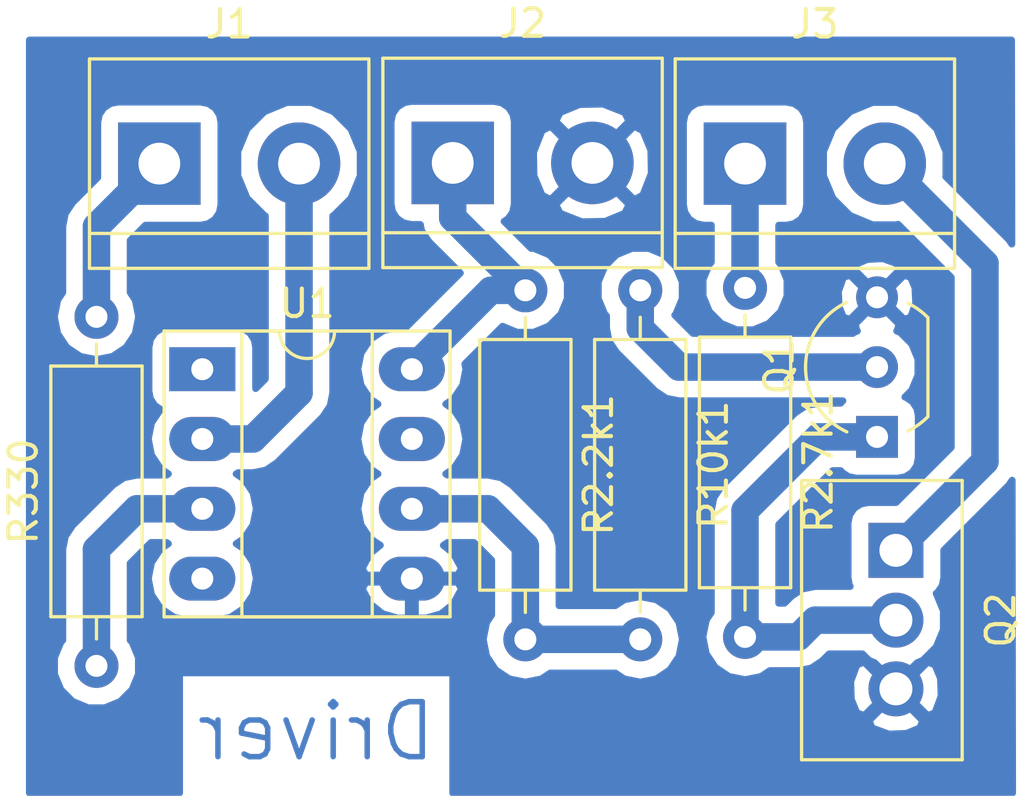
<source format=kicad_pcb>
(kicad_pcb (version 4) (host pcbnew 4.0.6)

  (general
    (links 15)
    (no_connects 0)
    (area 126.2797 93.7099 164.67 123.215401)
    (thickness 1.6)
    (drawings 1)
    (tracks 30)
    (zones 0)
    (modules 10)
    (nets 14)
  )

  (page A4)
  (layers
    (0 F.Cu signal)
    (31 B.Cu signal)
    (32 B.Adhes user)
    (33 F.Adhes user)
    (34 B.Paste user)
    (35 F.Paste user)
    (36 B.SilkS user)
    (37 F.SilkS user)
    (38 B.Mask user)
    (39 F.Mask user)
    (40 Dwgs.User user)
    (41 Cmts.User user)
    (42 Eco1.User user)
    (43 Eco2.User user)
    (44 Edge.Cuts user)
    (45 Margin user)
    (46 B.CrtYd user)
    (47 F.CrtYd user)
    (48 B.Fab user)
    (49 F.Fab user)
  )

  (setup
    (last_trace_width 1)
    (trace_clearance 0.6)
    (zone_clearance 0.508)
    (zone_45_only no)
    (trace_min 0.2)
    (segment_width 0.2)
    (edge_width 0.15)
    (via_size 2)
    (via_drill 1.5)
    (via_min_size 0.4)
    (via_min_drill 0.3)
    (uvia_size 0.5)
    (uvia_drill 0.1)
    (uvias_allowed no)
    (uvia_min_size 0.2)
    (uvia_min_drill 0.1)
    (pcb_text_width 0.3)
    (pcb_text_size 1.5 1.5)
    (mod_edge_width 0.15)
    (mod_text_size 1 1)
    (mod_text_width 0.15)
    (pad_size 3 3)
    (pad_drill 1.8)
    (pad_to_mask_clearance 0.2)
    (aux_axis_origin 0 0)
    (visible_elements 7FFFFFFF)
    (pcbplotparams
      (layerselection 0x00030_80000001)
      (usegerberextensions false)
      (excludeedgelayer true)
      (linewidth 0.100000)
      (plotframeref false)
      (viasonmask false)
      (mode 1)
      (useauxorigin false)
      (hpglpennumber 1)
      (hpglpenspeed 20)
      (hpglpendiameter 15)
      (hpglpenoverlay 2)
      (psnegative false)
      (psa4output false)
      (plotreference true)
      (plotvalue true)
      (plotinvisibletext false)
      (padsonsilk false)
      (subtractmaskfromsilk false)
      (outputformat 1)
      (mirror false)
      (drillshape 1)
      (scaleselection 1)
      (outputdirectory ""))
  )

  (net 0 "")
  (net 1 /GND_PWM)
  (net 2 /PWM)
  (net 3 /5V)
  (net 4 /GND_DRIVER)
  (net 5 /12V)
  (net 6 /IN_Lamp)
  (net 7 "Net-(Q1-Pad2)")
  (net 8 "Net-(Q1-Pad1)")
  (net 9 "Net-(R10k1-Pad2)")
  (net 10 "Net-(R330-Pad1)")
  (net 11 "Net-(U1-Pad1)")
  (net 12 "Net-(U1-Pad7)")
  (net 13 "Net-(U1-Pad4)")

  (net_class Default "This is the default net class."
    (clearance 0.6)
    (trace_width 1)
    (via_dia 2)
    (via_drill 1.5)
    (uvia_dia 0.5)
    (uvia_drill 0.1)
    (add_net /12V)
    (add_net /5V)
    (add_net /GND_DRIVER)
    (add_net /GND_PWM)
    (add_net /IN_Lamp)
    (add_net /PWM)
    (add_net "Net-(Q1-Pad1)")
    (add_net "Net-(Q1-Pad2)")
    (add_net "Net-(R10k1-Pad2)")
    (add_net "Net-(R330-Pad1)")
    (add_net "Net-(U1-Pad1)")
    (add_net "Net-(U1-Pad4)")
    (add_net "Net-(U1-Pad7)")
  )

  (module Connectors01:bornier2 (layer F.Cu) (tedit 587FD522) (tstamp 592F7471)
    (at 132.6007 100.1903)
    (descr "Bornier d'alimentation 2 pins")
    (tags DEV)
    (path /592F679A)
    (fp_text reference J1 (at 2.54 -5.08) (layer F.SilkS)
      (effects (font (size 1 1) (thickness 0.15)))
    )
    (fp_text value CONN_01X02 (at 2.54 5.08) (layer F.Fab)
      (effects (font (size 1 1) (thickness 0.15)))
    )
    (fp_line (start -2.41 2.55) (end 7.49 2.55) (layer F.Fab) (width 0.1))
    (fp_line (start -2.46 -3.75) (end -2.46 3.75) (layer F.Fab) (width 0.1))
    (fp_line (start -2.46 3.75) (end 7.54 3.75) (layer F.Fab) (width 0.1))
    (fp_line (start 7.54 3.75) (end 7.54 -3.75) (layer F.Fab) (width 0.1))
    (fp_line (start 7.54 -3.75) (end -2.46 -3.75) (layer F.Fab) (width 0.1))
    (fp_line (start 7.62 2.54) (end -2.54 2.54) (layer F.SilkS) (width 0.12))
    (fp_line (start 7.62 3.81) (end 7.62 -3.81) (layer F.SilkS) (width 0.12))
    (fp_line (start 7.62 -3.81) (end -2.54 -3.81) (layer F.SilkS) (width 0.12))
    (fp_line (start -2.54 -3.81) (end -2.54 3.81) (layer F.SilkS) (width 0.12))
    (fp_line (start -2.54 3.81) (end 7.62 3.81) (layer F.SilkS) (width 0.12))
    (fp_line (start -2.71 -4) (end 7.79 -4) (layer F.CrtYd) (width 0.05))
    (fp_line (start -2.71 -4) (end -2.71 4) (layer F.CrtYd) (width 0.05))
    (fp_line (start 7.79 4) (end 7.79 -4) (layer F.CrtYd) (width 0.05))
    (fp_line (start 7.79 4) (end -2.71 4) (layer F.CrtYd) (width 0.05))
    (pad 1 thru_hole rect (at 0 0) (size 3 3) (drill 1.52) (layers *.Cu *.Mask)
      (net 1 /GND_PWM))
    (pad 2 thru_hole circle (at 5.08 0) (size 3 3) (drill 1.52) (layers *.Cu *.Mask)
      (net 2 /PWM))
    (model Connectors.3dshapes/bornier2.wrl
      (at (xyz 0 0 0))
      (scale (xyz 1 1 1))
      (rotate (xyz 0 0 0))
    )
  )

  (module Connectors01:bornier2 (layer F.Cu) (tedit 587FD522) (tstamp 592F7477)
    (at 143.2687 100.1649)
    (descr "Bornier d'alimentation 2 pins")
    (tags DEV)
    (path /592F6B0C)
    (fp_text reference J2 (at 2.54 -5.08) (layer F.SilkS)
      (effects (font (size 1 1) (thickness 0.15)))
    )
    (fp_text value CONN_01X02 (at 2.54 5.08) (layer F.Fab)
      (effects (font (size 1 1) (thickness 0.15)))
    )
    (fp_line (start -2.41 2.55) (end 7.49 2.55) (layer F.Fab) (width 0.1))
    (fp_line (start -2.46 -3.75) (end -2.46 3.75) (layer F.Fab) (width 0.1))
    (fp_line (start -2.46 3.75) (end 7.54 3.75) (layer F.Fab) (width 0.1))
    (fp_line (start 7.54 3.75) (end 7.54 -3.75) (layer F.Fab) (width 0.1))
    (fp_line (start 7.54 -3.75) (end -2.46 -3.75) (layer F.Fab) (width 0.1))
    (fp_line (start 7.62 2.54) (end -2.54 2.54) (layer F.SilkS) (width 0.12))
    (fp_line (start 7.62 3.81) (end 7.62 -3.81) (layer F.SilkS) (width 0.12))
    (fp_line (start 7.62 -3.81) (end -2.54 -3.81) (layer F.SilkS) (width 0.12))
    (fp_line (start -2.54 -3.81) (end -2.54 3.81) (layer F.SilkS) (width 0.12))
    (fp_line (start -2.54 3.81) (end 7.62 3.81) (layer F.SilkS) (width 0.12))
    (fp_line (start -2.71 -4) (end 7.79 -4) (layer F.CrtYd) (width 0.05))
    (fp_line (start -2.71 -4) (end -2.71 4) (layer F.CrtYd) (width 0.05))
    (fp_line (start 7.79 4) (end 7.79 -4) (layer F.CrtYd) (width 0.05))
    (fp_line (start 7.79 4) (end -2.71 4) (layer F.CrtYd) (width 0.05))
    (pad 1 thru_hole rect (at 0 0) (size 3 3) (drill 1.52) (layers *.Cu *.Mask)
      (net 3 /5V))
    (pad 2 thru_hole circle (at 5.08 0) (size 3 3) (drill 1.52) (layers *.Cu *.Mask)
      (net 4 /GND_DRIVER))
    (model Connectors.3dshapes/bornier2.wrl
      (at (xyz 0 0 0))
      (scale (xyz 1 1 1))
      (rotate (xyz 0 0 0))
    )
  )

  (module Connectors01:bornier2 (layer F.Cu) (tedit 587FD522) (tstamp 592F747D)
    (at 153.8986 100.1903)
    (descr "Bornier d'alimentation 2 pins")
    (tags DEV)
    (path /592F7788)
    (fp_text reference J3 (at 2.54 -5.08) (layer F.SilkS)
      (effects (font (size 1 1) (thickness 0.15)))
    )
    (fp_text value CONN_01X02 (at 2.54 5.08) (layer F.Fab)
      (effects (font (size 1 1) (thickness 0.15)))
    )
    (fp_line (start -2.41 2.55) (end 7.49 2.55) (layer F.Fab) (width 0.1))
    (fp_line (start -2.46 -3.75) (end -2.46 3.75) (layer F.Fab) (width 0.1))
    (fp_line (start -2.46 3.75) (end 7.54 3.75) (layer F.Fab) (width 0.1))
    (fp_line (start 7.54 3.75) (end 7.54 -3.75) (layer F.Fab) (width 0.1))
    (fp_line (start 7.54 -3.75) (end -2.46 -3.75) (layer F.Fab) (width 0.1))
    (fp_line (start 7.62 2.54) (end -2.54 2.54) (layer F.SilkS) (width 0.12))
    (fp_line (start 7.62 3.81) (end 7.62 -3.81) (layer F.SilkS) (width 0.12))
    (fp_line (start 7.62 -3.81) (end -2.54 -3.81) (layer F.SilkS) (width 0.12))
    (fp_line (start -2.54 -3.81) (end -2.54 3.81) (layer F.SilkS) (width 0.12))
    (fp_line (start -2.54 3.81) (end 7.62 3.81) (layer F.SilkS) (width 0.12))
    (fp_line (start -2.71 -4) (end 7.79 -4) (layer F.CrtYd) (width 0.05))
    (fp_line (start -2.71 -4) (end -2.71 4) (layer F.CrtYd) (width 0.05))
    (fp_line (start 7.79 4) (end 7.79 -4) (layer F.CrtYd) (width 0.05))
    (fp_line (start 7.79 4) (end -2.71 4) (layer F.CrtYd) (width 0.05))
    (pad 1 thru_hole rect (at 0 0) (size 3 3) (drill 1.52) (layers *.Cu *.Mask)
      (net 5 /12V))
    (pad 2 thru_hole circle (at 5.08 0) (size 3 3) (drill 1.52) (layers *.Cu *.Mask)
      (net 6 /IN_Lamp))
    (model Connectors.3dshapes/bornier2.wrl
      (at (xyz 0 0 0))
      (scale (xyz 1 1 1))
      (rotate (xyz 0 0 0))
    )
  )

  (module TO_SOT_Packages_THT:TO-92_Inline_Wide (layer F.Cu) (tedit 592F783A) (tstamp 592F7484)
    (at 158.6992 110.1344 90)
    (descr "TO-92 leads in-line, wide, drill 0.8mm (see NXP sot054_po.pdf)")
    (tags "to-92 sc-43 sc-43a sot54 PA33 transistor")
    (path /592F7057)
    (fp_text reference Q1 (at 2.54 -3.56 270) (layer F.SilkS)
      (effects (font (size 1 1) (thickness 0.15)))
    )
    (fp_text value BC547 (at 2.54 2.79 90) (layer F.Fab)
      (effects (font (size 1 1) (thickness 0.15)))
    )
    (fp_text user %R (at 2.54 -3.56 270) (layer F.Fab)
      (effects (font (size 1 1) (thickness 0.15)))
    )
    (fp_line (start 0.74 1.85) (end 4.34 1.85) (layer F.SilkS) (width 0.12))
    (fp_line (start 0.8 1.75) (end 4.3 1.75) (layer F.Fab) (width 0.1))
    (fp_line (start -1.01 -2.73) (end 6.09 -2.73) (layer F.CrtYd) (width 0.05))
    (fp_line (start -1.01 -2.73) (end -1.01 2.01) (layer F.CrtYd) (width 0.05))
    (fp_line (start 6.09 2.01) (end 6.09 -2.73) (layer F.CrtYd) (width 0.05))
    (fp_line (start 6.09 2.01) (end -1.01 2.01) (layer F.CrtYd) (width 0.05))
    (fp_arc (start 2.54 0) (end 0.74 1.85) (angle 20) (layer F.SilkS) (width 0.12))
    (fp_arc (start 2.54 0) (end 2.54 -2.6) (angle -65) (layer F.SilkS) (width 0.12))
    (fp_arc (start 2.54 0) (end 2.54 -2.6) (angle 65) (layer F.SilkS) (width 0.12))
    (fp_arc (start 2.54 0) (end 2.54 -2.48) (angle 135) (layer F.Fab) (width 0.1))
    (fp_arc (start 2.54 0) (end 2.54 -2.48) (angle -135) (layer F.Fab) (width 0.1))
    (fp_arc (start 2.54 0) (end 4.34 1.85) (angle -20) (layer F.SilkS) (width 0.12))
    (pad 2 thru_hole circle (at 2.54 0 180) (size 1.52 1.52) (drill 0.8) (layers *.Cu *.Mask)
      (net 7 "Net-(Q1-Pad2)"))
    (pad 3 thru_hole circle (at 5.08 0 180) (size 1.52 1.52) (drill 0.8) (layers *.Cu *.Mask)
      (net 4 /GND_DRIVER))
    (pad 1 thru_hole rect (at 0 0 180) (size 1.52 1.52) (drill 0.8) (layers *.Cu *.Mask)
      (net 8 "Net-(Q1-Pad1)"))
    (model ${KISYS3DMOD}/TO_SOT_Packages_THT.3dshapes/TO-92_Inline_Wide.wrl
      (at (xyz 0.1 0 0))
      (scale (xyz 1 1 1))
      (rotate (xyz 0 0 -90))
    )
  )

  (module Connectors01:Wafer_Vertical10x5.8x7RM2.5-3 (layer F.Cu) (tedit 556C2A89) (tstamp 592F748B)
    (at 159.385 114.2619 270)
    (descr "Gold-Tek vertical wafer connector with 2.5mm pitch")
    (tags "wafer connector vertical")
    (path /592F859E)
    (fp_text reference Q2 (at 2.54 -3.81 270) (layer F.SilkS)
      (effects (font (size 1 1) (thickness 0.15)))
    )
    (fp_text value Q_NMOS_DGS (at 2.54 5.08 270) (layer F.Fab)
      (effects (font (size 1 1) (thickness 0.15)))
    )
    (fp_line (start -2.75 -2.75) (end 7.85 -2.75) (layer F.CrtYd) (width 0.05))
    (fp_line (start 7.85 -2.75) (end 7.85 3.8) (layer F.CrtYd) (width 0.05))
    (fp_line (start 7.85 3.8) (end -2.75 3.8) (layer F.CrtYd) (width 0.05))
    (fp_line (start -2.75 3.8) (end -2.75 -2.75) (layer F.CrtYd) (width 0.05))
    (fp_line (start 7.62 3.43) (end -2.54 3.43) (layer F.SilkS) (width 0.12))
    (fp_line (start -2.54 -2.41) (end 7.62 -2.41) (layer F.SilkS) (width 0.12))
    (fp_line (start 7.62 -2.41) (end 7.62 3.43) (layer F.SilkS) (width 0.12))
    (fp_line (start -2.54 -2.41) (end -2.54 3.43) (layer F.SilkS) (width 0.12))
    (pad 1 thru_hole rect (at 0 0 270) (size 2 2) (drill 1.2) (layers *.Cu *.Mask)
      (net 6 /IN_Lamp))
    (pad 2 thru_hole circle (at 2.54 0 270) (size 2 2) (drill 1.2) (layers *.Cu *.Mask)
      (net 8 "Net-(Q1-Pad1)"))
    (pad 3 thru_hole circle (at 5.04 0 270) (size 2 2) (drill 1.2) (layers *.Cu *.Mask)
      (net 4 /GND_DRIVER))
    (model Connectors.3dshapes/Wafer_Vertical10x5.8x7RM2.5-3.wrl
      (at (xyz 0 0 0))
      (scale (xyz 4 4 4))
      (rotate (xyz 0 0 0))
    )
  )

  (module Resistors_THT:R_Axial_DIN0309_L9.0mm_D3.2mm_P12.70mm_Horizontal (layer F.Cu) (tedit 5874F706) (tstamp 592F7491)
    (at 145.9103 104.8004 270)
    (descr "Resistor, Axial_DIN0309 series, Axial, Horizontal, pin pitch=12.7mm, 0.5W = 1/2W, length*diameter=9*3.2mm^2, http://cdn-reichelt.de/documents/datenblatt/B400/1_4W%23YAG.pdf")
    (tags "Resistor Axial_DIN0309 series Axial Horizontal pin pitch 12.7mm 0.5W = 1/2W length 9mm diameter 3.2mm")
    (path /592F669B)
    (fp_text reference R2.2k1 (at 6.35 -2.66 270) (layer F.SilkS)
      (effects (font (size 1 1) (thickness 0.15)))
    )
    (fp_text value R (at 6.35 2.66 270) (layer F.Fab)
      (effects (font (size 1 1) (thickness 0.15)))
    )
    (fp_line (start 1.85 -1.6) (end 1.85 1.6) (layer F.Fab) (width 0.1))
    (fp_line (start 1.85 1.6) (end 10.85 1.6) (layer F.Fab) (width 0.1))
    (fp_line (start 10.85 1.6) (end 10.85 -1.6) (layer F.Fab) (width 0.1))
    (fp_line (start 10.85 -1.6) (end 1.85 -1.6) (layer F.Fab) (width 0.1))
    (fp_line (start 0 0) (end 1.85 0) (layer F.Fab) (width 0.1))
    (fp_line (start 12.7 0) (end 10.85 0) (layer F.Fab) (width 0.1))
    (fp_line (start 1.79 -1.66) (end 1.79 1.66) (layer F.SilkS) (width 0.12))
    (fp_line (start 1.79 1.66) (end 10.91 1.66) (layer F.SilkS) (width 0.12))
    (fp_line (start 10.91 1.66) (end 10.91 -1.66) (layer F.SilkS) (width 0.12))
    (fp_line (start 10.91 -1.66) (end 1.79 -1.66) (layer F.SilkS) (width 0.12))
    (fp_line (start 0.98 0) (end 1.79 0) (layer F.SilkS) (width 0.12))
    (fp_line (start 11.72 0) (end 10.91 0) (layer F.SilkS) (width 0.12))
    (fp_line (start -1.05 -1.95) (end -1.05 1.95) (layer F.CrtYd) (width 0.05))
    (fp_line (start -1.05 1.95) (end 13.75 1.95) (layer F.CrtYd) (width 0.05))
    (fp_line (start 13.75 1.95) (end 13.75 -1.95) (layer F.CrtYd) (width 0.05))
    (fp_line (start 13.75 -1.95) (end -1.05 -1.95) (layer F.CrtYd) (width 0.05))
    (pad 1 thru_hole circle (at 0 0 270) (size 1.6 1.6) (drill 0.8) (layers *.Cu *.Mask)
      (net 3 /5V))
    (pad 2 thru_hole oval (at 12.7 0 270) (size 1.6 1.6) (drill 0.8) (layers *.Cu *.Mask)
      (net 9 "Net-(R10k1-Pad2)"))
    (model Resistors_THT.3dshapes/R_Axial_DIN0309_L9.0mm_D3.2mm_P12.70mm_Horizontal.wrl
      (at (xyz 0 0 0))
      (scale (xyz 0.393701 0.393701 0.393701))
      (rotate (xyz 0 0 0))
    )
  )

  (module Resistors_THT:R_Axial_DIN0309_L9.0mm_D3.2mm_P12.70mm_Horizontal (layer F.Cu) (tedit 5874F706) (tstamp 592F7497)
    (at 153.8986 104.7115 270)
    (descr "Resistor, Axial_DIN0309 series, Axial, Horizontal, pin pitch=12.7mm, 0.5W = 1/2W, length*diameter=9*3.2mm^2, http://cdn-reichelt.de/documents/datenblatt/B400/1_4W%23YAG.pdf")
    (tags "Resistor Axial_DIN0309 series Axial Horizontal pin pitch 12.7mm 0.5W = 1/2W length 9mm diameter 3.2mm")
    (path /592F71D9)
    (fp_text reference R2.7k1 (at 6.35 -2.66 270) (layer F.SilkS)
      (effects (font (size 1 1) (thickness 0.15)))
    )
    (fp_text value R (at 6.35 2.66 270) (layer F.Fab)
      (effects (font (size 1 1) (thickness 0.15)))
    )
    (fp_line (start 1.85 -1.6) (end 1.85 1.6) (layer F.Fab) (width 0.1))
    (fp_line (start 1.85 1.6) (end 10.85 1.6) (layer F.Fab) (width 0.1))
    (fp_line (start 10.85 1.6) (end 10.85 -1.6) (layer F.Fab) (width 0.1))
    (fp_line (start 10.85 -1.6) (end 1.85 -1.6) (layer F.Fab) (width 0.1))
    (fp_line (start 0 0) (end 1.85 0) (layer F.Fab) (width 0.1))
    (fp_line (start 12.7 0) (end 10.85 0) (layer F.Fab) (width 0.1))
    (fp_line (start 1.79 -1.66) (end 1.79 1.66) (layer F.SilkS) (width 0.12))
    (fp_line (start 1.79 1.66) (end 10.91 1.66) (layer F.SilkS) (width 0.12))
    (fp_line (start 10.91 1.66) (end 10.91 -1.66) (layer F.SilkS) (width 0.12))
    (fp_line (start 10.91 -1.66) (end 1.79 -1.66) (layer F.SilkS) (width 0.12))
    (fp_line (start 0.98 0) (end 1.79 0) (layer F.SilkS) (width 0.12))
    (fp_line (start 11.72 0) (end 10.91 0) (layer F.SilkS) (width 0.12))
    (fp_line (start -1.05 -1.95) (end -1.05 1.95) (layer F.CrtYd) (width 0.05))
    (fp_line (start -1.05 1.95) (end 13.75 1.95) (layer F.CrtYd) (width 0.05))
    (fp_line (start 13.75 1.95) (end 13.75 -1.95) (layer F.CrtYd) (width 0.05))
    (fp_line (start 13.75 -1.95) (end -1.05 -1.95) (layer F.CrtYd) (width 0.05))
    (pad 1 thru_hole circle (at 0 0 270) (size 1.6 1.6) (drill 0.8) (layers *.Cu *.Mask)
      (net 5 /12V))
    (pad 2 thru_hole oval (at 12.7 0 270) (size 1.6 1.6) (drill 0.8) (layers *.Cu *.Mask)
      (net 8 "Net-(Q1-Pad1)"))
    (model Resistors_THT.3dshapes/R_Axial_DIN0309_L9.0mm_D3.2mm_P12.70mm_Horizontal.wrl
      (at (xyz 0 0 0))
      (scale (xyz 0.393701 0.393701 0.393701))
      (rotate (xyz 0 0 0))
    )
  )

  (module Resistors_THT:R_Axial_DIN0309_L9.0mm_D3.2mm_P12.70mm_Horizontal (layer F.Cu) (tedit 5874F706) (tstamp 592F749D)
    (at 150.0886 104.8004 270)
    (descr "Resistor, Axial_DIN0309 series, Axial, Horizontal, pin pitch=12.7mm, 0.5W = 1/2W, length*diameter=9*3.2mm^2, http://cdn-reichelt.de/documents/datenblatt/B400/1_4W%23YAG.pdf")
    (tags "Resistor Axial_DIN0309 series Axial Horizontal pin pitch 12.7mm 0.5W = 1/2W length 9mm diameter 3.2mm")
    (path /592F7004)
    (fp_text reference R10k1 (at 6.35 -2.66 270) (layer F.SilkS)
      (effects (font (size 1 1) (thickness 0.15)))
    )
    (fp_text value R (at 6.35 2.66 270) (layer F.Fab)
      (effects (font (size 1 1) (thickness 0.15)))
    )
    (fp_line (start 1.85 -1.6) (end 1.85 1.6) (layer F.Fab) (width 0.1))
    (fp_line (start 1.85 1.6) (end 10.85 1.6) (layer F.Fab) (width 0.1))
    (fp_line (start 10.85 1.6) (end 10.85 -1.6) (layer F.Fab) (width 0.1))
    (fp_line (start 10.85 -1.6) (end 1.85 -1.6) (layer F.Fab) (width 0.1))
    (fp_line (start 0 0) (end 1.85 0) (layer F.Fab) (width 0.1))
    (fp_line (start 12.7 0) (end 10.85 0) (layer F.Fab) (width 0.1))
    (fp_line (start 1.79 -1.66) (end 1.79 1.66) (layer F.SilkS) (width 0.12))
    (fp_line (start 1.79 1.66) (end 10.91 1.66) (layer F.SilkS) (width 0.12))
    (fp_line (start 10.91 1.66) (end 10.91 -1.66) (layer F.SilkS) (width 0.12))
    (fp_line (start 10.91 -1.66) (end 1.79 -1.66) (layer F.SilkS) (width 0.12))
    (fp_line (start 0.98 0) (end 1.79 0) (layer F.SilkS) (width 0.12))
    (fp_line (start 11.72 0) (end 10.91 0) (layer F.SilkS) (width 0.12))
    (fp_line (start -1.05 -1.95) (end -1.05 1.95) (layer F.CrtYd) (width 0.05))
    (fp_line (start -1.05 1.95) (end 13.75 1.95) (layer F.CrtYd) (width 0.05))
    (fp_line (start 13.75 1.95) (end 13.75 -1.95) (layer F.CrtYd) (width 0.05))
    (fp_line (start 13.75 -1.95) (end -1.05 -1.95) (layer F.CrtYd) (width 0.05))
    (pad 1 thru_hole circle (at 0 0 270) (size 1.6 1.6) (drill 0.8) (layers *.Cu *.Mask)
      (net 7 "Net-(Q1-Pad2)"))
    (pad 2 thru_hole oval (at 12.7 0 270) (size 1.6 1.6) (drill 0.8) (layers *.Cu *.Mask)
      (net 9 "Net-(R10k1-Pad2)"))
    (model Resistors_THT.3dshapes/R_Axial_DIN0309_L9.0mm_D3.2mm_P12.70mm_Horizontal.wrl
      (at (xyz 0 0 0))
      (scale (xyz 0.393701 0.393701 0.393701))
      (rotate (xyz 0 0 0))
    )
  )

  (module Resistors_THT:R_Axial_DIN0309_L9.0mm_D3.2mm_P12.70mm_Horizontal (layer F.Cu) (tedit 5874F706) (tstamp 592F74A3)
    (at 130.3147 118.4656 90)
    (descr "Resistor, Axial_DIN0309 series, Axial, Horizontal, pin pitch=12.7mm, 0.5W = 1/2W, length*diameter=9*3.2mm^2, http://cdn-reichelt.de/documents/datenblatt/B400/1_4W%23YAG.pdf")
    (tags "Resistor Axial_DIN0309 series Axial Horizontal pin pitch 12.7mm 0.5W = 1/2W length 9mm diameter 3.2mm")
    (path /592F6815)
    (fp_text reference R330 (at 6.35 -2.66 90) (layer F.SilkS)
      (effects (font (size 1 1) (thickness 0.15)))
    )
    (fp_text value R (at 6.35 2.66 90) (layer F.Fab)
      (effects (font (size 1 1) (thickness 0.15)))
    )
    (fp_line (start 1.85 -1.6) (end 1.85 1.6) (layer F.Fab) (width 0.1))
    (fp_line (start 1.85 1.6) (end 10.85 1.6) (layer F.Fab) (width 0.1))
    (fp_line (start 10.85 1.6) (end 10.85 -1.6) (layer F.Fab) (width 0.1))
    (fp_line (start 10.85 -1.6) (end 1.85 -1.6) (layer F.Fab) (width 0.1))
    (fp_line (start 0 0) (end 1.85 0) (layer F.Fab) (width 0.1))
    (fp_line (start 12.7 0) (end 10.85 0) (layer F.Fab) (width 0.1))
    (fp_line (start 1.79 -1.66) (end 1.79 1.66) (layer F.SilkS) (width 0.12))
    (fp_line (start 1.79 1.66) (end 10.91 1.66) (layer F.SilkS) (width 0.12))
    (fp_line (start 10.91 1.66) (end 10.91 -1.66) (layer F.SilkS) (width 0.12))
    (fp_line (start 10.91 -1.66) (end 1.79 -1.66) (layer F.SilkS) (width 0.12))
    (fp_line (start 0.98 0) (end 1.79 0) (layer F.SilkS) (width 0.12))
    (fp_line (start 11.72 0) (end 10.91 0) (layer F.SilkS) (width 0.12))
    (fp_line (start -1.05 -1.95) (end -1.05 1.95) (layer F.CrtYd) (width 0.05))
    (fp_line (start -1.05 1.95) (end 13.75 1.95) (layer F.CrtYd) (width 0.05))
    (fp_line (start 13.75 1.95) (end 13.75 -1.95) (layer F.CrtYd) (width 0.05))
    (fp_line (start 13.75 -1.95) (end -1.05 -1.95) (layer F.CrtYd) (width 0.05))
    (pad 1 thru_hole circle (at 0 0 90) (size 1.6 1.6) (drill 0.8) (layers *.Cu *.Mask)
      (net 10 "Net-(R330-Pad1)"))
    (pad 2 thru_hole oval (at 12.7 0 90) (size 1.6 1.6) (drill 0.8) (layers *.Cu *.Mask)
      (net 1 /GND_PWM))
    (model Resistors_THT.3dshapes/R_Axial_DIN0309_L9.0mm_D3.2mm_P12.70mm_Horizontal.wrl
      (at (xyz 0 0 0))
      (scale (xyz 0.393701 0.393701 0.393701))
      (rotate (xyz 0 0 0))
    )
  )

  (module Housings_DIP:DIP-8_W7.62mm_Socket_LongPads (layer F.Cu) (tedit 58CC8E33) (tstamp 592F74AF)
    (at 134.1628 107.6706)
    (descr "8-lead dip package, row spacing 7.62 mm (300 mils), Socket, LongPads")
    (tags "DIL DIP PDIP 2.54mm 7.62mm 300mil Socket LongPads")
    (path /592F652B)
    (fp_text reference U1 (at 3.81 -2.39) (layer F.SilkS)
      (effects (font (size 1 1) (thickness 0.15)))
    )
    (fp_text value 6N136 (at 3.81 10.01) (layer F.Fab)
      (effects (font (size 1 1) (thickness 0.15)))
    )
    (fp_text user %R (at 3.81 3.81) (layer F.Fab)
      (effects (font (size 1 1) (thickness 0.15)))
    )
    (fp_line (start 1.635 -1.27) (end 6.985 -1.27) (layer F.Fab) (width 0.1))
    (fp_line (start 6.985 -1.27) (end 6.985 8.89) (layer F.Fab) (width 0.1))
    (fp_line (start 6.985 8.89) (end 0.635 8.89) (layer F.Fab) (width 0.1))
    (fp_line (start 0.635 8.89) (end 0.635 -0.27) (layer F.Fab) (width 0.1))
    (fp_line (start 0.635 -0.27) (end 1.635 -1.27) (layer F.Fab) (width 0.1))
    (fp_line (start -1.27 -1.27) (end -1.27 8.89) (layer F.Fab) (width 0.1))
    (fp_line (start -1.27 8.89) (end 8.89 8.89) (layer F.Fab) (width 0.1))
    (fp_line (start 8.89 8.89) (end 8.89 -1.27) (layer F.Fab) (width 0.1))
    (fp_line (start 8.89 -1.27) (end -1.27 -1.27) (layer F.Fab) (width 0.1))
    (fp_line (start 2.81 -1.39) (end 1.44 -1.39) (layer F.SilkS) (width 0.12))
    (fp_line (start 1.44 -1.39) (end 1.44 9.01) (layer F.SilkS) (width 0.12))
    (fp_line (start 1.44 9.01) (end 6.18 9.01) (layer F.SilkS) (width 0.12))
    (fp_line (start 6.18 9.01) (end 6.18 -1.39) (layer F.SilkS) (width 0.12))
    (fp_line (start 6.18 -1.39) (end 4.81 -1.39) (layer F.SilkS) (width 0.12))
    (fp_line (start -1.39 -1.39) (end -1.39 9.01) (layer F.SilkS) (width 0.12))
    (fp_line (start -1.39 9.01) (end 9.01 9.01) (layer F.SilkS) (width 0.12))
    (fp_line (start 9.01 9.01) (end 9.01 -1.39) (layer F.SilkS) (width 0.12))
    (fp_line (start 9.01 -1.39) (end -1.39 -1.39) (layer F.SilkS) (width 0.12))
    (fp_line (start -1.7 -1.7) (end -1.7 9.3) (layer F.CrtYd) (width 0.05))
    (fp_line (start -1.7 9.3) (end 9.3 9.3) (layer F.CrtYd) (width 0.05))
    (fp_line (start 9.3 9.3) (end 9.3 -1.7) (layer F.CrtYd) (width 0.05))
    (fp_line (start 9.3 -1.7) (end -1.7 -1.7) (layer F.CrtYd) (width 0.05))
    (fp_arc (start 3.81 -1.39) (end 2.81 -1.39) (angle -180) (layer F.SilkS) (width 0.12))
    (pad 1 thru_hole rect (at 0 0) (size 2.4 1.6) (drill 0.8) (layers *.Cu *.Mask)
      (net 11 "Net-(U1-Pad1)"))
    (pad 5 thru_hole oval (at 7.62 7.62) (size 2.4 1.6) (drill 0.8) (layers *.Cu *.Mask)
      (net 4 /GND_DRIVER))
    (pad 2 thru_hole oval (at 0 2.54) (size 2.4 1.6) (drill 0.8) (layers *.Cu *.Mask)
      (net 2 /PWM))
    (pad 6 thru_hole oval (at 7.62 5.08) (size 2.4 1.6) (drill 0.8) (layers *.Cu *.Mask)
      (net 9 "Net-(R10k1-Pad2)"))
    (pad 3 thru_hole oval (at 0 5.08) (size 2.4 1.6) (drill 0.8) (layers *.Cu *.Mask)
      (net 10 "Net-(R330-Pad1)"))
    (pad 7 thru_hole oval (at 7.62 2.54) (size 2.4 1.6) (drill 0.8) (layers *.Cu *.Mask)
      (net 12 "Net-(U1-Pad7)"))
    (pad 4 thru_hole oval (at 0 7.62) (size 2.4 1.6) (drill 0.8) (layers *.Cu *.Mask)
      (net 13 "Net-(U1-Pad4)"))
    (pad 8 thru_hole oval (at 7.62 0) (size 2.4 1.6) (drill 0.8) (layers *.Cu *.Mask)
      (net 3 /5V))
    (model ${KISYS3DMOD}/Housings_DIP.3dshapes/DIP-8_W7.62mm_Socket_LongPads.wrl
      (at (xyz 0 0 0))
      (scale (xyz 1 1 1))
      (rotate (xyz 0 0 0))
    )
  )

  (gr_text Driver (at 138.303 120.8532) (layer B.Cu)
    (effects (font (size 2 2) (thickness 0.2)) (justify mirror))
  )

  (segment (start 130.3147 105.7656) (end 130.3147 102.4763) (width 1) (layer B.Cu) (net 1))
  (segment (start 130.3147 102.4763) (end 132.6007 100.1903) (width 1) (layer B.Cu) (net 1) (tstamp 592F795C))
  (segment (start 137.6807 100.1903) (end 137.6807 108.5342) (width 1) (layer B.Cu) (net 2))
  (segment (start 136.0043 110.2106) (end 134.1628 110.2106) (width 1) (layer B.Cu) (net 2) (tstamp 592F7960))
  (segment (start 137.6807 108.5342) (end 136.0043 110.2106) (width 1) (layer B.Cu) (net 2) (tstamp 592F795F))
  (segment (start 145.9103 104.8004) (end 144.653 104.8004) (width 1) (layer B.Cu) (net 3))
  (segment (start 144.653 104.8004) (end 141.7828 107.6706) (width 1) (layer B.Cu) (net 3) (tstamp 592F7966))
  (segment (start 143.2687 100.1649) (end 143.2687 102.1588) (width 1) (layer B.Cu) (net 3))
  (segment (start 143.2687 102.1588) (end 145.9103 104.8004) (width 1) (layer B.Cu) (net 3) (tstamp 592F7963))
  (segment (start 153.8986 100.1903) (end 153.8986 104.7115) (width 1) (layer B.Cu) (net 5))
  (segment (start 158.9786 100.1903) (end 158.9913 100.1903) (width 1) (layer B.Cu) (net 6))
  (segment (start 158.9913 100.1903) (end 162.6235 103.8225) (width 1) (layer B.Cu) (net 6) (tstamp 592F781C))
  (segment (start 162.6235 103.8225) (end 162.6235 111.0234) (width 1) (layer B.Cu) (net 6) (tstamp 592F7820))
  (segment (start 162.6235 111.0234) (end 159.385 114.2619) (width 1) (layer B.Cu) (net 6) (tstamp 592F7823))
  (segment (start 158.6992 107.5944) (end 151.4983 107.5944) (width 1) (layer B.Cu) (net 7))
  (segment (start 150.0886 106.1847) (end 150.0886 104.8004) (width 1) (layer B.Cu) (net 7) (tstamp 592F77AE))
  (segment (start 151.4983 107.5944) (end 150.0886 106.1847) (width 1) (layer B.Cu) (net 7) (tstamp 592F77AD))
  (segment (start 158.6992 110.1344) (end 156.5783 110.1344) (width 1) (layer B.Cu) (net 8))
  (segment (start 153.8986 112.8141) (end 153.8986 117.4115) (width 1) (layer B.Cu) (net 8) (tstamp 592F7794))
  (segment (start 156.5783 110.1344) (end 153.8986 112.8141) (width 1) (layer B.Cu) (net 8) (tstamp 592F7793))
  (segment (start 153.8986 117.4115) (end 155.8417 117.4115) (width 1) (layer B.Cu) (net 8))
  (segment (start 156.4513 116.8019) (end 159.385 116.8019) (width 1) (layer B.Cu) (net 8) (tstamp 592F7790))
  (segment (start 155.8417 117.4115) (end 156.4513 116.8019) (width 1) (layer B.Cu) (net 8) (tstamp 592F778F))
  (segment (start 145.9103 117.5004) (end 145.9103 114.1095) (width 1) (layer B.Cu) (net 9))
  (segment (start 144.5514 112.7506) (end 141.7828 112.7506) (width 1) (layer B.Cu) (net 9) (tstamp 592F7799))
  (segment (start 145.9103 114.1095) (end 144.5514 112.7506) (width 1) (layer B.Cu) (net 9) (tstamp 592F7798))
  (segment (start 145.9103 117.5004) (end 150.0886 117.5004) (width 1) (layer B.Cu) (net 9))
  (segment (start 130.3147 118.4656) (end 130.3147 114.2238) (width 1) (layer B.Cu) (net 10))
  (segment (start 131.7879 112.7506) (end 134.1628 112.7506) (width 1) (layer B.Cu) (net 10) (tstamp 592F7959))
  (segment (start 130.3147 114.2238) (end 131.7879 112.7506) (width 1) (layer B.Cu) (net 10) (tstamp 592F7958))

  (zone (net 4) (net_name /GND_DRIVER) (layer B.Cu) (tstamp 592F79CB) (hatch edge 0.508)
    (connect_pads (clearance 0.508))
    (min_thickness 0.254)
    (fill yes (arc_segments 16) (thermal_gap 0.508) (thermal_bridge_width 0.508))
    (polygon
      (pts
        (xy 163.7157 95.5929) (xy 163.7538 123.2154) (xy 127.7493 123.2154) (xy 127.7493 95.5675) (xy 163.7538 95.5675)
      )
    )
    (filled_polygon
      (pts
        (xy 163.599077 103.116449) (xy 163.49112 102.95488) (xy 161.19531 100.65907) (xy 161.205213 100.635221) (xy 161.205986 99.749266)
        (xy 160.86766 98.930454) (xy 160.241742 98.303442) (xy 159.423521 97.963687) (xy 158.537566 97.962914) (xy 157.718754 98.30124)
        (xy 157.091742 98.927158) (xy 156.751987 99.745379) (xy 156.751214 100.631334) (xy 157.08954 101.450146) (xy 157.715458 102.077158)
        (xy 158.533679 102.416913) (xy 159.419634 102.417686) (xy 159.464789 102.399029) (xy 161.3965 104.33074) (xy 161.3965 110.51516)
        (xy 159.391002 112.520658) (xy 158.385 112.520658) (xy 158.11559 112.571351) (xy 157.868154 112.730572) (xy 157.702157 112.973515)
        (xy 157.643758 113.2619) (xy 157.643758 115.2619) (xy 157.694451 115.53131) (xy 157.7225 115.5749) (xy 156.4513 115.5749)
        (xy 155.981748 115.668299) (xy 155.58368 115.93428) (xy 155.33346 116.1845) (xy 155.1256 116.1845) (xy 155.1256 113.32234)
        (xy 157.08654 111.3614) (xy 157.375797 111.3614) (xy 157.407872 111.411246) (xy 157.650815 111.577243) (xy 157.9392 111.635642)
        (xy 159.4592 111.635642) (xy 159.72861 111.584949) (xy 159.976046 111.425728) (xy 160.142043 111.182785) (xy 160.200442 110.8944)
        (xy 160.200442 109.3744) (xy 160.149749 109.10499) (xy 159.990528 108.857554) (xy 159.747585 108.691557) (xy 159.712098 108.684371)
        (xy 159.959082 108.437818) (xy 160.185941 107.89148) (xy 160.186458 107.299915) (xy 159.960552 106.753183) (xy 159.542618 106.334518)
        (xy 159.414365 106.281263) (xy 159.429141 106.275142) (xy 159.498359 106.033164) (xy 158.6992 105.234005) (xy 157.900041 106.033164)
        (xy 157.969259 106.275142) (xy 157.984753 106.280667) (xy 157.857983 106.333048) (xy 157.823571 106.3674) (xy 152.00654 106.3674)
        (xy 151.343976 105.704836) (xy 151.382373 105.666506) (xy 151.615335 105.105472) (xy 151.615865 104.497993) (xy 151.383883 103.936554)
        (xy 150.954706 103.506627) (xy 150.393672 103.273665) (xy 149.786193 103.273135) (xy 149.224754 103.505117) (xy 148.794827 103.934294)
        (xy 148.561865 104.495328) (xy 148.561335 105.102807) (xy 148.793317 105.664246) (xy 148.8616 105.732648) (xy 148.8616 106.1847)
        (xy 148.955 106.654253) (xy 149.181076 106.9926) (xy 149.22098 107.05232) (xy 150.63068 108.46202) (xy 151.028747 108.728)
        (xy 151.4983 108.8214) (xy 157.456033 108.8214) (xy 157.422354 108.843072) (xy 157.3784 108.9074) (xy 156.5783 108.9074)
        (xy 156.108747 109.0008) (xy 155.71068 109.26678) (xy 153.03098 111.94648) (xy 152.765 112.344547) (xy 152.6716 112.8141)
        (xy 152.6716 116.522204) (xy 152.487836 116.797226) (xy 152.3716 117.381584) (xy 152.3716 117.441416) (xy 152.487836 118.025774)
        (xy 152.818848 118.521168) (xy 153.314242 118.85218) (xy 153.8986 118.968416) (xy 154.482958 118.85218) (xy 154.802752 118.6385)
        (xy 155.8417 118.6385) (xy 156.311253 118.5451) (xy 156.70932 118.27912) (xy 156.95954 118.0289) (xy 158.169642 118.0289)
        (xy 158.405456 118.265126) (xy 158.614729 118.352024) (xy 159.385 119.122295) (xy 160.154891 118.352404) (xy 160.361989 118.266833)
        (xy 160.848226 117.781444) (xy 161.1117 117.146929) (xy 161.112299 116.459886) (xy 160.850495 115.826271) (xy 160.901846 115.793228)
        (xy 161.067843 115.550285) (xy 161.126242 115.2619) (xy 161.126242 114.255898) (xy 163.49112 111.89102) (xy 163.610933 111.711708)
        (xy 163.626625 123.0884) (xy 143.271334 123.0884) (xy 143.271334 120.454432) (xy 158.412073 120.454432) (xy 158.510736 120.721287)
        (xy 159.120461 120.947808) (xy 159.77046 120.923756) (xy 160.259264 120.721287) (xy 160.357927 120.454432) (xy 159.385 119.481505)
        (xy 158.412073 120.454432) (xy 143.271334 120.454432) (xy 143.271334 118.7182) (xy 133.334667 118.7182) (xy 133.334667 123.0884)
        (xy 127.8763 123.0884) (xy 127.8763 118.768007) (xy 128.787435 118.768007) (xy 129.019417 119.329446) (xy 129.448594 119.759373)
        (xy 130.009628 119.992335) (xy 130.617107 119.992865) (xy 131.178546 119.760883) (xy 131.608473 119.331706) (xy 131.841435 118.770672)
        (xy 131.841965 118.163193) (xy 131.609983 117.601754) (xy 131.5417 117.533352) (xy 131.5417 114.73204) (xy 132.29614 113.9776)
        (xy 132.865668 113.9776) (xy 132.930022 114.0206) (xy 132.645296 114.210848) (xy 132.314284 114.706242) (xy 132.198048 115.2906)
        (xy 132.314284 115.874958) (xy 132.645296 116.370352) (xy 133.14069 116.701364) (xy 133.725048 116.8176) (xy 134.600552 116.8176)
        (xy 135.18491 116.701364) (xy 135.680304 116.370352) (xy 136.011316 115.874958) (xy 136.058123 115.639639) (xy 139.990896 115.639639)
        (xy 140.008433 115.722419) (xy 140.2783 116.215496) (xy 140.716317 116.567766) (xy 141.2558 116.7256) (xy 141.6558 116.7256)
        (xy 141.6558 115.4176) (xy 141.9098 115.4176) (xy 141.9098 116.7256) (xy 142.3098 116.7256) (xy 142.849283 116.567766)
        (xy 143.2873 116.215496) (xy 143.557167 115.722419) (xy 143.574704 115.639639) (xy 143.452715 115.4176) (xy 141.9098 115.4176)
        (xy 141.6558 115.4176) (xy 140.112885 115.4176) (xy 139.990896 115.639639) (xy 136.058123 115.639639) (xy 136.127552 115.2906)
        (xy 136.011316 114.706242) (xy 135.680304 114.210848) (xy 135.395578 114.0206) (xy 135.680304 113.830352) (xy 136.011316 113.334958)
        (xy 136.127552 112.7506) (xy 136.011316 112.166242) (xy 135.680304 111.670848) (xy 135.395578 111.4806) (xy 135.459932 111.4376)
        (xy 136.0043 111.4376) (xy 136.473853 111.3442) (xy 136.87192 111.07822) (xy 138.54832 109.40182) (xy 138.814301 109.003752)
        (xy 138.9077 108.5342) (xy 138.9077 107.6706) (xy 139.818048 107.6706) (xy 139.934284 108.254958) (xy 140.265296 108.750352)
        (xy 140.550022 108.9406) (xy 140.265296 109.130848) (xy 139.934284 109.626242) (xy 139.818048 110.2106) (xy 139.934284 110.794958)
        (xy 140.265296 111.290352) (xy 140.550022 111.4806) (xy 140.265296 111.670848) (xy 139.934284 112.166242) (xy 139.818048 112.7506)
        (xy 139.934284 113.334958) (xy 140.265296 113.830352) (xy 140.635986 114.078039) (xy 140.2783 114.365704) (xy 140.008433 114.858781)
        (xy 139.990896 114.941561) (xy 140.112885 115.1636) (xy 141.6558 115.1636) (xy 141.6558 115.1436) (xy 141.9098 115.1436)
        (xy 141.9098 115.1636) (xy 143.452715 115.1636) (xy 143.574704 114.941561) (xy 143.557167 114.858781) (xy 143.2873 114.365704)
        (xy 142.929614 114.078039) (xy 143.079932 113.9776) (xy 144.04316 113.9776) (xy 144.6833 114.61774) (xy 144.6833 116.611104)
        (xy 144.499536 116.886126) (xy 144.3833 117.470484) (xy 144.3833 117.530316) (xy 144.499536 118.114674) (xy 144.830548 118.610068)
        (xy 145.325942 118.94108) (xy 145.9103 119.057316) (xy 146.494658 118.94108) (xy 146.814452 118.7274) (xy 149.184448 118.7274)
        (xy 149.504242 118.94108) (xy 150.0886 119.057316) (xy 150.18892 119.037361) (xy 157.739092 119.037361) (xy 157.763144 119.68736)
        (xy 157.965613 120.176164) (xy 158.232468 120.274827) (xy 159.205395 119.3019) (xy 159.564605 119.3019) (xy 160.537532 120.274827)
        (xy 160.804387 120.176164) (xy 161.030908 119.566439) (xy 161.006856 118.91644) (xy 160.804387 118.427636) (xy 160.537532 118.328973)
        (xy 159.564605 119.3019) (xy 159.205395 119.3019) (xy 158.232468 118.328973) (xy 157.965613 118.427636) (xy 157.739092 119.037361)
        (xy 150.18892 119.037361) (xy 150.672958 118.94108) (xy 151.168352 118.610068) (xy 151.499364 118.114674) (xy 151.6156 117.530316)
        (xy 151.6156 117.470484) (xy 151.499364 116.886126) (xy 151.168352 116.390732) (xy 150.672958 116.05972) (xy 150.0886 115.943484)
        (xy 149.504242 116.05972) (xy 149.184448 116.2734) (xy 147.1373 116.2734) (xy 147.1373 114.1095) (xy 147.0439 113.639947)
        (xy 146.77792 113.24188) (xy 145.41902 111.88298) (xy 145.020953 111.617) (xy 144.5514 111.5236) (xy 143.079932 111.5236)
        (xy 143.015578 111.4806) (xy 143.300304 111.290352) (xy 143.631316 110.794958) (xy 143.747552 110.2106) (xy 143.631316 109.626242)
        (xy 143.300304 109.130848) (xy 143.015578 108.9406) (xy 143.300304 108.750352) (xy 143.631316 108.254958) (xy 143.747552 107.6706)
        (xy 143.709474 107.479166) (xy 145.079717 106.108923) (xy 145.605228 106.327135) (xy 146.212707 106.327665) (xy 146.774146 106.095683)
        (xy 147.204073 105.666506) (xy 147.437035 105.105472) (xy 147.437565 104.497993) (xy 147.205583 103.936554) (xy 146.776406 103.506627)
        (xy 146.215372 103.273665) (xy 146.118721 103.273581) (xy 145.136973 102.291833) (xy 145.285546 102.196228) (xy 145.451543 101.953285)
        (xy 145.507113 101.67887) (xy 147.014335 101.67887) (xy 147.174118 101.997639) (xy 147.964887 102.307623) (xy 148.814087 102.291397)
        (xy 149.523282 101.997639) (xy 149.683065 101.67887) (xy 148.3487 100.344505) (xy 147.014335 101.67887) (xy 145.507113 101.67887)
        (xy 145.509942 101.6649) (xy 145.509942 99.781087) (xy 146.205977 99.781087) (xy 146.222203 100.630287) (xy 146.515961 101.339482)
        (xy 146.83473 101.499265) (xy 148.169095 100.1649) (xy 148.528305 100.1649) (xy 149.86267 101.499265) (xy 150.181439 101.339482)
        (xy 150.491423 100.548713) (xy 150.475197 99.699513) (xy 150.181439 98.990318) (xy 149.86267 98.830535) (xy 148.528305 100.1649)
        (xy 148.169095 100.1649) (xy 146.83473 98.830535) (xy 146.515961 98.990318) (xy 146.205977 99.781087) (xy 145.509942 99.781087)
        (xy 145.509942 98.6649) (xy 145.507314 98.65093) (xy 147.014335 98.65093) (xy 148.3487 99.985295) (xy 149.643695 98.6903)
        (xy 151.657358 98.6903) (xy 151.657358 101.6903) (xy 151.708051 101.95971) (xy 151.867272 102.207146) (xy 152.110215 102.373143)
        (xy 152.3986 102.431542) (xy 152.6716 102.431542) (xy 152.6716 103.778737) (xy 152.604827 103.845394) (xy 152.371865 104.406428)
        (xy 152.371335 105.013907) (xy 152.603317 105.575346) (xy 153.032494 106.005273) (xy 153.593528 106.238235) (xy 154.201007 106.238765)
        (xy 154.762446 106.006783) (xy 155.192373 105.577606) (xy 155.425335 105.016572) (xy 155.425482 104.84718) (xy 157.292045 104.84718)
        (xy 157.319859 105.401449) (xy 157.478458 105.784341) (xy 157.720436 105.853559) (xy 158.519595 105.0544) (xy 158.878805 105.0544)
        (xy 159.677964 105.853559) (xy 159.919942 105.784341) (xy 160.106355 105.26162) (xy 160.078541 104.707351) (xy 159.919942 104.324459)
        (xy 159.677964 104.255241) (xy 158.878805 105.0544) (xy 158.519595 105.0544) (xy 157.720436 104.255241) (xy 157.478458 104.324459)
        (xy 157.292045 104.84718) (xy 155.425482 104.84718) (xy 155.425865 104.409093) (xy 155.288084 104.075636) (xy 157.900041 104.075636)
        (xy 158.6992 104.874795) (xy 159.498359 104.075636) (xy 159.429141 103.833658) (xy 158.90642 103.647245) (xy 158.352151 103.675059)
        (xy 157.969259 103.833658) (xy 157.900041 104.075636) (xy 155.288084 104.075636) (xy 155.193883 103.847654) (xy 155.1256 103.779252)
        (xy 155.1256 102.431542) (xy 155.3986 102.431542) (xy 155.66801 102.380849) (xy 155.915446 102.221628) (xy 156.081443 101.978685)
        (xy 156.139842 101.6903) (xy 156.139842 98.6903) (xy 156.089149 98.42089) (xy 155.929928 98.173454) (xy 155.686985 98.007457)
        (xy 155.3986 97.949058) (xy 152.3986 97.949058) (xy 152.12919 97.999751) (xy 151.881754 98.158972) (xy 151.715757 98.401915)
        (xy 151.657358 98.6903) (xy 149.643695 98.6903) (xy 149.683065 98.65093) (xy 149.523282 98.332161) (xy 148.732513 98.022177)
        (xy 147.883313 98.038403) (xy 147.174118 98.332161) (xy 147.014335 98.65093) (xy 145.507314 98.65093) (xy 145.459249 98.39549)
        (xy 145.300028 98.148054) (xy 145.057085 97.982057) (xy 144.7687 97.923658) (xy 141.7687 97.923658) (xy 141.49929 97.974351)
        (xy 141.251854 98.133572) (xy 141.085857 98.376515) (xy 141.027458 98.6649) (xy 141.027458 101.6649) (xy 141.078151 101.93431)
        (xy 141.237372 102.181746) (xy 141.480315 102.347743) (xy 141.7687 102.406142) (xy 142.090899 102.406142) (xy 142.1351 102.628353)
        (xy 142.40108 103.02642) (xy 143.54641 104.17175) (xy 141.57456 106.1436) (xy 141.345048 106.1436) (xy 140.76069 106.259836)
        (xy 140.265296 106.590848) (xy 139.934284 107.086242) (xy 139.818048 107.6706) (xy 138.9077 107.6706) (xy 138.9077 102.092932)
        (xy 138.940546 102.07936) (xy 139.567558 101.453442) (xy 139.907313 100.635221) (xy 139.908086 99.749266) (xy 139.56976 98.930454)
        (xy 138.943842 98.303442) (xy 138.125621 97.963687) (xy 137.239666 97.962914) (xy 136.420854 98.30124) (xy 135.793842 98.927158)
        (xy 135.454087 99.745379) (xy 135.453314 100.631334) (xy 135.79164 101.450146) (xy 136.417558 102.077158) (xy 136.4537 102.092165)
        (xy 136.4537 108.02596) (xy 136.104042 108.375618) (xy 136.104042 106.8706) (xy 136.053349 106.60119) (xy 135.894128 106.353754)
        (xy 135.651185 106.187757) (xy 135.3628 106.129358) (xy 132.9628 106.129358) (xy 132.69339 106.180051) (xy 132.445954 106.339272)
        (xy 132.279957 106.582215) (xy 132.221558 106.8706) (xy 132.221558 108.4706) (xy 132.272251 108.74001) (xy 132.431472 108.987446)
        (xy 132.644058 109.132701) (xy 132.314284 109.626242) (xy 132.198048 110.2106) (xy 132.314284 110.794958) (xy 132.645296 111.290352)
        (xy 132.930022 111.4806) (xy 132.865668 111.5236) (xy 131.7879 111.5236) (xy 131.318347 111.617) (xy 130.92028 111.88298)
        (xy 129.44708 113.35618) (xy 129.1811 113.754247) (xy 129.0877 114.2238) (xy 129.0877 117.532837) (xy 129.020927 117.599494)
        (xy 128.787965 118.160528) (xy 128.787435 118.768007) (xy 127.8763 118.768007) (xy 127.8763 105.735684) (xy 128.7877 105.735684)
        (xy 128.7877 105.795516) (xy 128.903936 106.379874) (xy 129.234948 106.875268) (xy 129.730342 107.20628) (xy 130.3147 107.322516)
        (xy 130.899058 107.20628) (xy 131.394452 106.875268) (xy 131.725464 106.379874) (xy 131.8417 105.795516) (xy 131.8417 105.735684)
        (xy 131.725464 105.151326) (xy 131.5417 104.876304) (xy 131.5417 102.98454) (xy 132.094698 102.431542) (xy 134.1007 102.431542)
        (xy 134.37011 102.380849) (xy 134.617546 102.221628) (xy 134.783543 101.978685) (xy 134.841942 101.6903) (xy 134.841942 98.6903)
        (xy 134.791249 98.42089) (xy 134.632028 98.173454) (xy 134.389085 98.007457) (xy 134.1007 97.949058) (xy 131.1007 97.949058)
        (xy 130.83129 97.999751) (xy 130.583854 98.158972) (xy 130.417857 98.401915) (xy 130.359458 98.6903) (xy 130.359458 100.696302)
        (xy 129.44708 101.60868) (xy 129.1811 102.006747) (xy 129.0877 102.4763) (xy 129.0877 104.876304) (xy 128.903936 105.151326)
        (xy 128.7877 105.735684) (xy 127.8763 105.735684) (xy 127.8763 95.6945) (xy 163.58884 95.6945)
      )
    )
  )
)

</source>
